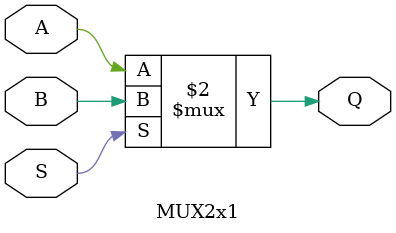
<source format=v>
module MUX4 (
    A,
    B,
    C,
    D,
    S0,
    S1,
    Y
);
  input A, B, C, D, S0, S1;
  output Y;
  
  wire MUX0_out, MUX1_out;
  
  // Instantiating 2-to-1 multiplexers
  MUX2x1 MUX0 (
      .A (A),
      .B (B),
      .S (S0),
      .Q (MUX0_out)
  );
  
  MUX2x1 MUX1 (
      .A (C),
      .B (D),
      .S (S0),
      .Q (MUX1_out)
  );
  
  // Final 2-to-1 multiplexer
  MUX2x1 MUX2 (
      .A (MUX0_out),
      .B (MUX1_out),
      .S (S1),
      .Q (Y)
  );
  
endmodule

// 2-to-1 multiplexer building block
module MUX2x1 (
    A,
    B,
    S,
    Q
);
  input A, B, S;
  output Q;
  
  assign Q = (S == 1'b0) ? A : B;
  
endmodule
</source>
